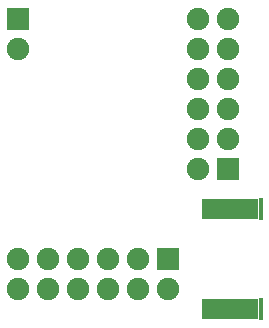
<source format=gbr>
G04 Layer_Color=16711935*
%FSLAX24Y24*%
%MOIN*%
%TF.FileFunction,Soldermask,Bot*%
%TF.Part,Single*%
G01*
G75*
%TA.AperFunction,NonConductor*%
%ADD25R,0.0157X0.0718*%
%TA.AperFunction,ConnectorPad*%
%ADD26R,0.1891X0.0710*%
%TA.AperFunction,ComponentPad*%
%ADD27C,0.0749*%
%ADD28R,0.0749X0.0749*%
%ADD29R,0.0749X0.0749*%
D25*
X3102Y1678D02*
D03*
X3102Y-1678D02*
D03*
D26*
X2079Y1677D02*
D03*
Y-1673D02*
D03*
D27*
X-3000Y-1000D02*
D03*
Y0D02*
D03*
X-1000D02*
D03*
X-2000D02*
D03*
X0Y-1000D02*
D03*
X-1000D02*
D03*
X-2000D02*
D03*
X-4000Y0D02*
D03*
Y-1000D02*
D03*
X-5000D02*
D03*
Y0D02*
D03*
X1000Y6000D02*
D03*
X2000D02*
D03*
Y4000D02*
D03*
Y5000D02*
D03*
X1000Y3000D02*
D03*
Y4000D02*
D03*
Y5000D02*
D03*
X2000Y7000D02*
D03*
X1000D02*
D03*
Y8000D02*
D03*
X2000D02*
D03*
X-5000Y7000D02*
D03*
D28*
X0Y0D02*
D03*
D29*
X2000Y3000D02*
D03*
X-5000Y8000D02*
D03*
%TF.MD5,6e16dbb9f16e64b9ae7d7dc6847baade*%
M02*

</source>
